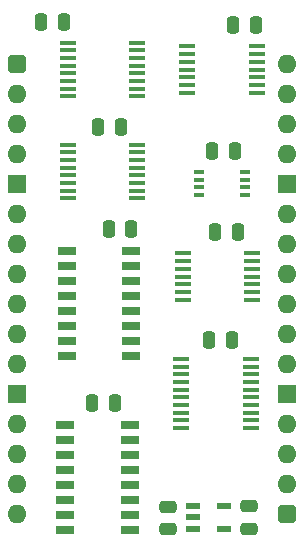
<source format=gts>
%TF.GenerationSoftware,KiCad,Pcbnew,8.0.7*%
%TF.CreationDate,2025-01-29T17:11:38+02:00*%
%TF.ProjectId,PS2 FIFO,50533220-4649-4464-9f2e-6b696361645f,V1*%
%TF.SameCoordinates,Original*%
%TF.FileFunction,Soldermask,Top*%
%TF.FilePolarity,Negative*%
%FSLAX46Y46*%
G04 Gerber Fmt 4.6, Leading zero omitted, Abs format (unit mm)*
G04 Created by KiCad (PCBNEW 8.0.7) date 2025-01-29 17:11:38*
%MOMM*%
%LPD*%
G01*
G04 APERTURE LIST*
G04 Aperture macros list*
%AMRoundRect*
0 Rectangle with rounded corners*
0 $1 Rounding radius*
0 $2 $3 $4 $5 $6 $7 $8 $9 X,Y pos of 4 corners*
0 Add a 4 corners polygon primitive as box body*
4,1,4,$2,$3,$4,$5,$6,$7,$8,$9,$2,$3,0*
0 Add four circle primitives for the rounded corners*
1,1,$1+$1,$2,$3*
1,1,$1+$1,$4,$5*
1,1,$1+$1,$6,$7*
1,1,$1+$1,$8,$9*
0 Add four rect primitives between the rounded corners*
20,1,$1+$1,$2,$3,$4,$5,0*
20,1,$1+$1,$4,$5,$6,$7,0*
20,1,$1+$1,$6,$7,$8,$9,0*
20,1,$1+$1,$8,$9,$2,$3,0*%
G04 Aperture macros list end*
%ADD10RoundRect,0.250000X0.475000X-0.250000X0.475000X0.250000X-0.475000X0.250000X-0.475000X-0.250000X0*%
%ADD11RoundRect,0.250000X0.250000X0.475000X-0.250000X0.475000X-0.250000X-0.475000X0.250000X-0.475000X0*%
%ADD12R,1.475000X0.450000*%
%ADD13R,1.550000X0.650000*%
%ADD14R,1.450000X0.450000*%
%ADD15O,1.600000X1.600000*%
%ADD16R,1.600000X1.600000*%
%ADD17RoundRect,0.400000X-0.400000X-0.400000X0.400000X-0.400000X0.400000X0.400000X-0.400000X0.400000X0*%
%ADD18R,0.950000X0.450000*%
%ADD19RoundRect,0.250000X-0.475000X0.250000X-0.475000X-0.250000X0.475000X-0.250000X0.475000X0.250000X0*%
%ADD20R,1.150000X0.600000*%
G04 APERTURE END LIST*
D10*
%TO.C,C1*%
X12827000Y-37515000D03*
X12827000Y-39415000D03*
%TD*%
D11*
%TO.C,C9*%
X7797000Y-13970000D03*
X9697000Y-13970000D03*
%TD*%
%TO.C,C4*%
X16560000Y-7366000D03*
X18460000Y-7366000D03*
%TD*%
D12*
%TO.C,IC4*%
X19956000Y-16084000D03*
X19956000Y-16734000D03*
X19956000Y-17384000D03*
X19956000Y-18034000D03*
X19956000Y-18684000D03*
X19956000Y-19334000D03*
X19956000Y-19984000D03*
X14080000Y-19984000D03*
X14080000Y-19334000D03*
X14080000Y-18684000D03*
X14080000Y-18034000D03*
X14080000Y-17384000D03*
X14080000Y-16734000D03*
X14080000Y-16084000D03*
%TD*%
D13*
%TO.C,IC6*%
X9583000Y-30607000D03*
X9583000Y-31877000D03*
X9583000Y-33147000D03*
X9583000Y-34417000D03*
X9583000Y-35687000D03*
X9583000Y-36957000D03*
X9583000Y-38227000D03*
X9583000Y-39497000D03*
X4133000Y-39497000D03*
X4133000Y-38227000D03*
X4133000Y-36957000D03*
X4133000Y-35687000D03*
X4133000Y-34417000D03*
X4133000Y-33147000D03*
X4133000Y-31877000D03*
X4133000Y-30607000D03*
%TD*%
D11*
%TO.C,C6*%
X6908000Y-5334000D03*
X8808000Y-5334000D03*
%TD*%
D14*
%TO.C,IC9*%
X4310000Y-6869000D03*
X4310000Y-7519000D03*
X4310000Y-8169000D03*
X4310000Y-8819000D03*
X4310000Y-9469000D03*
X4310000Y-10119000D03*
X4310000Y-10769000D03*
X4310000Y-11419000D03*
X10160000Y-11419000D03*
X10160000Y-10769000D03*
X10160000Y-10119000D03*
X10160000Y-9469000D03*
X10160000Y-8819000D03*
X10160000Y-8169000D03*
X10160000Y-7519000D03*
X10160000Y-6869000D03*
%TD*%
D11*
%TO.C,C10*%
X6400000Y-28702000D03*
X8300000Y-28702000D03*
%TD*%
D15*
%TO.C,J1*%
X22860000Y0D03*
X22860000Y-2540000D03*
X22860000Y-5080000D03*
X22860000Y-7620000D03*
D16*
X22860000Y-10160000D03*
D15*
X22860000Y-12700000D03*
X22860000Y-15240000D03*
X22860000Y-17780000D03*
X22860000Y-20320000D03*
X22860000Y-22860000D03*
X22860000Y-25400000D03*
D16*
X22860000Y-27940000D03*
D15*
X22860000Y-30480000D03*
X22860000Y-33020000D03*
X22860000Y-35560000D03*
D17*
X22860000Y-38100000D03*
D15*
X0Y-38100000D03*
X0Y-35560000D03*
X0Y-33020000D03*
X0Y-30480000D03*
D16*
X0Y-27940000D03*
D15*
X0Y-25400000D03*
X0Y-22860000D03*
X0Y-20320000D03*
X0Y-17780000D03*
X0Y-15240000D03*
X0Y-12700000D03*
D16*
X0Y-10160000D03*
D15*
X0Y-7620000D03*
X0Y-5080000D03*
X0Y-2540000D03*
D17*
X0Y0D03*
%TD*%
D11*
%TO.C,C7*%
X16814000Y-14224000D03*
X18714000Y-14224000D03*
%TD*%
D18*
%TO.C,IC7*%
X19370000Y-9185000D03*
X19370000Y-9835000D03*
X19370000Y-10485000D03*
X19370000Y-11135000D03*
X15420000Y-11135000D03*
X15420000Y-10485000D03*
X15420000Y-9835000D03*
X15420000Y-9185000D03*
%TD*%
D12*
%TO.C,IC3*%
X20333000Y1442000D03*
X20333000Y792000D03*
X20333000Y142000D03*
X20333000Y-508000D03*
X20333000Y-1158000D03*
X20333000Y-1808000D03*
X20333000Y-2458000D03*
X14457000Y-2458000D03*
X14457000Y-1808000D03*
X14457000Y-1158000D03*
X14457000Y-508000D03*
X14457000Y142000D03*
X14457000Y792000D03*
X14457000Y1442000D03*
%TD*%
D11*
%TO.C,C8*%
X16306000Y-23368000D03*
X18206000Y-23368000D03*
%TD*%
D19*
%TO.C,C2*%
X19685000Y-39391000D03*
X19685000Y-37491000D03*
%TD*%
D11*
%TO.C,C5*%
X18338000Y3302000D03*
X20238000Y3302000D03*
%TD*%
D14*
%TO.C,IC5*%
X10160000Y1767000D03*
X10160000Y1117000D03*
X10160000Y467000D03*
X10160000Y-183000D03*
X10160000Y-833000D03*
X10160000Y-1483000D03*
X10160000Y-2133000D03*
X10160000Y-2783000D03*
X4310000Y-2783000D03*
X4310000Y-2133000D03*
X4310000Y-1483000D03*
X4310000Y-833000D03*
X4310000Y-183000D03*
X4310000Y467000D03*
X4310000Y1117000D03*
X4310000Y1767000D03*
%TD*%
D13*
%TO.C,IC2*%
X9710000Y-15875000D03*
X9710000Y-17145000D03*
X9710000Y-18415000D03*
X9710000Y-19685000D03*
X9710000Y-20955000D03*
X9710000Y-22225000D03*
X9710000Y-23495000D03*
X9710000Y-24765000D03*
X4260000Y-24765000D03*
X4260000Y-23495000D03*
X4260000Y-22225000D03*
X4260000Y-20955000D03*
X4260000Y-19685000D03*
X4260000Y-18415000D03*
X4260000Y-17145000D03*
X4260000Y-15875000D03*
%TD*%
D12*
%TO.C,IC8*%
X19825000Y-25015000D03*
X19825000Y-25665000D03*
X19825000Y-26315000D03*
X19825000Y-26965000D03*
X19825000Y-27615000D03*
X19825000Y-28265000D03*
X19825000Y-28915000D03*
X19825000Y-29565000D03*
X19825000Y-30215000D03*
X19825000Y-30865000D03*
X13949000Y-30865000D03*
X13949000Y-30215000D03*
X13949000Y-29565000D03*
X13949000Y-28915000D03*
X13949000Y-28265000D03*
X13949000Y-27615000D03*
X13949000Y-26965000D03*
X13949000Y-26315000D03*
X13949000Y-25665000D03*
X13949000Y-25015000D03*
%TD*%
D11*
%TO.C,C3*%
X2082000Y3556000D03*
X3982000Y3556000D03*
%TD*%
D20*
%TO.C,IC1*%
X17556000Y-37475000D03*
X17556000Y-39375000D03*
X14956000Y-39375000D03*
X14956000Y-38425000D03*
X14956000Y-37475000D03*
%TD*%
M02*

</source>
